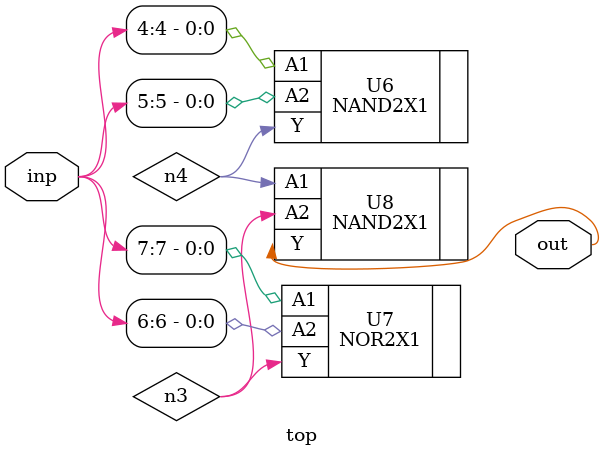
<source format=sv>


module top ( inp, out );
  input [7:0] inp;
  output out;
  wire   n3, n4;

  NAND2X1 U6 ( .A1(inp[4]), .A2(inp[5]), .Y(n4) );
  NOR2X1 U7 ( .A1(inp[7]), .A2(inp[6]), .Y(n3) );
  NAND2X1 U8 ( .A1(n4), .A2(n3), .Y(out) );
endmodule


</source>
